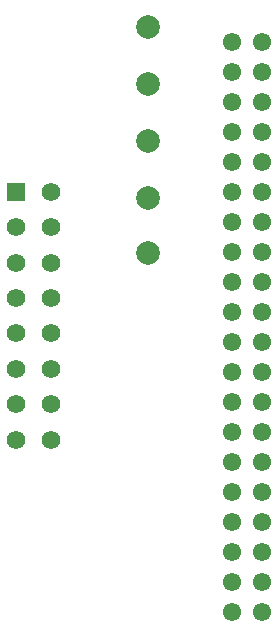
<source format=gbs>
%TF.GenerationSoftware,KiCad,Pcbnew,(5.1.10)-1*%
%TF.CreationDate,2021-05-26T15:53:11-05:00*%
%TF.ProjectId,IAQ RPI PCB Rev 1,49415120-5250-4492-9050-434220526576,1*%
%TF.SameCoordinates,Original*%
%TF.FileFunction,Soldermask,Bot*%
%TF.FilePolarity,Negative*%
%FSLAX46Y46*%
G04 Gerber Fmt 4.6, Leading zero omitted, Abs format (unit mm)*
G04 Created by KiCad (PCBNEW (5.1.10)-1) date 2021-05-26 15:53:11*
%MOMM*%
%LPD*%
G01*
G04 APERTURE LIST*
%ADD10C,1.550000*%
%ADD11R,1.575000X1.575000*%
%ADD12C,1.575000*%
%ADD13C,2.000000*%
G04 APERTURE END LIST*
D10*
%TO.C,J1*%
X197612000Y-67310000D03*
X200152000Y-67310000D03*
X197612000Y-69850000D03*
X200152000Y-69850000D03*
X197612000Y-72390000D03*
X200152000Y-72390000D03*
X197612000Y-74930000D03*
X200152000Y-74930000D03*
X197612000Y-77470000D03*
X200152000Y-77470000D03*
X197612000Y-80010000D03*
X200152000Y-80010000D03*
X197612000Y-82550000D03*
X200152000Y-82550000D03*
X197612000Y-85090000D03*
X200152000Y-85090000D03*
X197612000Y-87630000D03*
X200152000Y-87630000D03*
X197612000Y-90170000D03*
X200152000Y-90170000D03*
X197612000Y-92710000D03*
X200152000Y-92710000D03*
X197612000Y-95250000D03*
X200152000Y-95250000D03*
X197612000Y-97790000D03*
X200152000Y-97790000D03*
X197612000Y-100330000D03*
X200152000Y-100330000D03*
X197612000Y-102870000D03*
X200152000Y-102870000D03*
X197612000Y-105410000D03*
X200152000Y-105410000D03*
X197612000Y-107950000D03*
X200152000Y-107950000D03*
X197612000Y-110490000D03*
X200152000Y-110490000D03*
X197612000Y-113030000D03*
X200152000Y-113030000D03*
X197612000Y-115570000D03*
X200152000Y-115570000D03*
%TD*%
D11*
%TO.C,J2*%
X179324000Y-80010000D03*
D12*
X182324000Y-80010000D03*
X179324000Y-83010000D03*
X182324000Y-83010000D03*
X179324000Y-86010000D03*
X182324000Y-86010000D03*
X179324000Y-89010000D03*
X182324000Y-89010000D03*
X179324000Y-92010000D03*
X182324000Y-92010000D03*
X179324000Y-95010000D03*
X182324000Y-95010000D03*
X179324000Y-98010000D03*
X182324000Y-98010000D03*
X179324000Y-101010000D03*
X182324000Y-101010000D03*
%TD*%
D13*
%TO.C,GND*%
X190500000Y-85217000D03*
%TD*%
%TO.C,5V*%
X190500000Y-66040000D03*
%TD*%
%TO.C,Pin 5*%
X190500000Y-80518000D03*
%TD*%
%TO.C,3.3V*%
X190500000Y-70866000D03*
%TD*%
%TO.C,Pin 3*%
X190500000Y-75692000D03*
%TD*%
M02*

</source>
